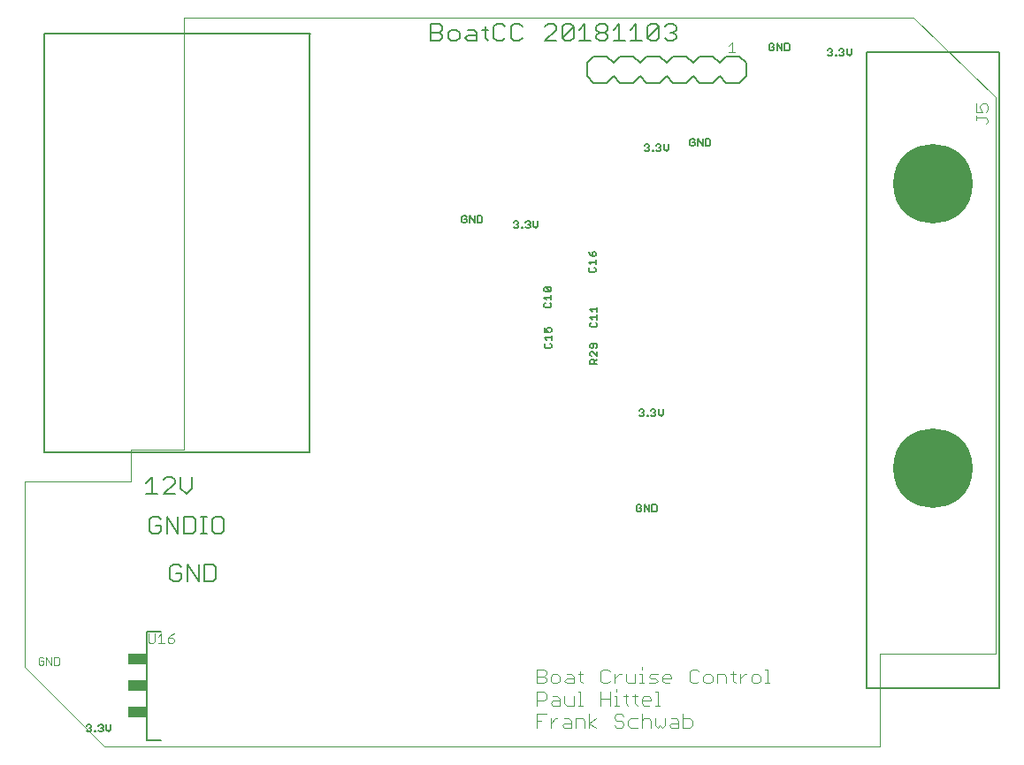
<source format=gto>
G04 EAGLE Gerber RS-274X export*
G75*
%MOMM*%
%FSLAX34Y34*%
%LPD*%
%INTop silk*%
%IPPOS*%
%AMOC8*
5,1,8,0,0,1.08239X$1,22.5*%
G01*
%ADD10C,0.000000*%
%ADD11C,7.620000*%
%ADD12C,0.152400*%
%ADD13C,0.127000*%
%ADD14C,0.076200*%
%ADD15C,0.101600*%
%ADD16C,0.203200*%
%ADD17R,1.900000X1.050000*%


D10*
X819150Y0D02*
X819150Y88900D01*
X929640Y88900D01*
X930150Y88900D01*
X929640Y622300D02*
X850900Y698500D01*
X152400Y698500D01*
X152400Y284480D01*
X101600Y284480D01*
X101600Y254000D01*
X0Y254000D01*
X0Y76200D01*
X76200Y0D01*
X929640Y88900D02*
X929640Y622300D01*
X819150Y0D02*
X76200Y0D01*
D11*
X869950Y266700D03*
X869950Y539750D03*
D12*
X130788Y217520D02*
X128076Y220232D01*
X122653Y220232D01*
X119941Y217520D01*
X119941Y206674D01*
X122653Y203962D01*
X128076Y203962D01*
X130788Y206674D01*
X130788Y212097D01*
X125365Y212097D01*
X136313Y203962D02*
X136313Y220232D01*
X147159Y203962D01*
X147159Y220232D01*
X152684Y220232D02*
X152684Y203962D01*
X160819Y203962D01*
X163531Y206674D01*
X163531Y217520D01*
X160819Y220232D01*
X152684Y220232D01*
X169056Y203962D02*
X174479Y203962D01*
X171768Y203962D02*
X171768Y220232D01*
X174479Y220232D02*
X169056Y220232D01*
X182682Y220232D02*
X188105Y220232D01*
X182682Y220232D02*
X179970Y217520D01*
X179970Y206674D01*
X182682Y203962D01*
X188105Y203962D01*
X190817Y206674D01*
X190817Y217520D01*
X188105Y220232D01*
X122171Y258332D02*
X116747Y252909D01*
X122171Y258332D02*
X122171Y242062D01*
X127594Y242062D02*
X116747Y242062D01*
X133119Y242062D02*
X143965Y242062D01*
X133119Y242062D02*
X143965Y252909D01*
X143965Y255620D01*
X141254Y258332D01*
X135830Y258332D01*
X133119Y255620D01*
X149490Y258332D02*
X149490Y247485D01*
X154914Y242062D01*
X160337Y247485D01*
X160337Y258332D01*
X147742Y174512D02*
X150454Y171800D01*
X147742Y174512D02*
X142319Y174512D01*
X139607Y171800D01*
X139607Y160954D01*
X142319Y158242D01*
X147742Y158242D01*
X150454Y160954D01*
X150454Y166377D01*
X145031Y166377D01*
X155979Y158242D02*
X155979Y174512D01*
X166825Y158242D01*
X166825Y174512D01*
X172350Y174512D02*
X172350Y158242D01*
X180485Y158242D01*
X183197Y160954D01*
X183197Y171800D01*
X180485Y174512D01*
X172350Y174512D01*
D13*
X423473Y507682D02*
X422329Y508826D01*
X420041Y508826D01*
X418897Y507682D01*
X418897Y503106D01*
X420041Y501962D01*
X422329Y501962D01*
X423473Y503106D01*
X423473Y505394D01*
X421185Y505394D01*
X426381Y501962D02*
X426381Y508826D01*
X430957Y501962D01*
X430957Y508826D01*
X433865Y508826D02*
X433865Y501962D01*
X437297Y501962D01*
X438441Y503106D01*
X438441Y507682D01*
X437297Y508826D01*
X433865Y508826D01*
X468495Y502602D02*
X469639Y503746D01*
X471927Y503746D01*
X473071Y502602D01*
X473071Y501458D01*
X471927Y500314D01*
X470783Y500314D01*
X471927Y500314D02*
X473071Y499170D01*
X473071Y498026D01*
X471927Y496882D01*
X469639Y496882D01*
X468495Y498026D01*
X475979Y498026D02*
X475979Y496882D01*
X475979Y498026D02*
X477123Y498026D01*
X477123Y496882D01*
X475979Y496882D01*
X479721Y502602D02*
X480865Y503746D01*
X483153Y503746D01*
X484297Y502602D01*
X484297Y501458D01*
X483153Y500314D01*
X482009Y500314D01*
X483153Y500314D02*
X484297Y499170D01*
X484297Y498026D01*
X483153Y496882D01*
X480865Y496882D01*
X479721Y498026D01*
X487205Y499170D02*
X487205Y503746D01*
X487205Y499170D02*
X489493Y496882D01*
X491781Y499170D01*
X491781Y503746D01*
X716513Y674064D02*
X717657Y672920D01*
X716513Y674064D02*
X714225Y674064D01*
X713081Y672920D01*
X713081Y668344D01*
X714225Y667200D01*
X716513Y667200D01*
X717657Y668344D01*
X717657Y670632D01*
X715369Y670632D01*
X720565Y667200D02*
X720565Y674064D01*
X725141Y667200D01*
X725141Y674064D01*
X728049Y674064D02*
X728049Y667200D01*
X731481Y667200D01*
X732625Y668344D01*
X732625Y672920D01*
X731481Y674064D01*
X728049Y674064D01*
X768961Y667840D02*
X770105Y668984D01*
X772393Y668984D01*
X773537Y667840D01*
X773537Y666696D01*
X772393Y665552D01*
X771249Y665552D01*
X772393Y665552D02*
X773537Y664408D01*
X773537Y663264D01*
X772393Y662120D01*
X770105Y662120D01*
X768961Y663264D01*
X776445Y663264D02*
X776445Y662120D01*
X776445Y663264D02*
X777589Y663264D01*
X777589Y662120D01*
X776445Y662120D01*
X780187Y667840D02*
X781331Y668984D01*
X783619Y668984D01*
X784763Y667840D01*
X784763Y666696D01*
X783619Y665552D01*
X782475Y665552D01*
X783619Y665552D02*
X784763Y664408D01*
X784763Y663264D01*
X783619Y662120D01*
X781331Y662120D01*
X780187Y663264D01*
X787671Y664408D02*
X787671Y668984D01*
X787671Y664408D02*
X789959Y662120D01*
X792247Y664408D01*
X792247Y668984D01*
X589513Y232104D02*
X590657Y230960D01*
X589513Y232104D02*
X587225Y232104D01*
X586081Y230960D01*
X586081Y226384D01*
X587225Y225240D01*
X589513Y225240D01*
X590657Y226384D01*
X590657Y228672D01*
X588369Y228672D01*
X593565Y225240D02*
X593565Y232104D01*
X598141Y225240D01*
X598141Y232104D01*
X601049Y232104D02*
X601049Y225240D01*
X604481Y225240D01*
X605625Y226384D01*
X605625Y230960D01*
X604481Y232104D01*
X601049Y232104D01*
X588621Y322400D02*
X589765Y323544D01*
X592053Y323544D01*
X593197Y322400D01*
X593197Y321256D01*
X592053Y320112D01*
X590909Y320112D01*
X592053Y320112D02*
X593197Y318968D01*
X593197Y317824D01*
X592053Y316680D01*
X589765Y316680D01*
X588621Y317824D01*
X596105Y317824D02*
X596105Y316680D01*
X596105Y317824D02*
X597249Y317824D01*
X597249Y316680D01*
X596105Y316680D01*
X599847Y322400D02*
X600991Y323544D01*
X603279Y323544D01*
X604423Y322400D01*
X604423Y321256D01*
X603279Y320112D01*
X602135Y320112D01*
X603279Y320112D02*
X604423Y318968D01*
X604423Y317824D01*
X603279Y316680D01*
X600991Y316680D01*
X599847Y317824D01*
X607331Y318968D02*
X607331Y323544D01*
X607331Y318968D02*
X609619Y316680D01*
X611907Y318968D01*
X611907Y323544D01*
D14*
X674286Y672132D02*
X677421Y675267D01*
X677421Y665861D01*
X674286Y665861D02*
X680557Y665861D01*
D13*
X594845Y577544D02*
X593701Y576400D01*
X594845Y577544D02*
X597133Y577544D01*
X598277Y576400D01*
X598277Y575256D01*
X597133Y574112D01*
X595989Y574112D01*
X597133Y574112D02*
X598277Y572968D01*
X598277Y571824D01*
X597133Y570680D01*
X594845Y570680D01*
X593701Y571824D01*
X601185Y571824D02*
X601185Y570680D01*
X601185Y571824D02*
X602329Y571824D01*
X602329Y570680D01*
X601185Y570680D01*
X604927Y576400D02*
X606071Y577544D01*
X608359Y577544D01*
X609503Y576400D01*
X609503Y575256D01*
X608359Y574112D01*
X607215Y574112D01*
X608359Y574112D02*
X609503Y572968D01*
X609503Y571824D01*
X608359Y570680D01*
X606071Y570680D01*
X604927Y571824D01*
X612411Y572968D02*
X612411Y577544D01*
X612411Y572968D02*
X614699Y570680D01*
X616987Y572968D01*
X616987Y577544D01*
X640769Y582486D02*
X641913Y581342D01*
X640769Y582486D02*
X638481Y582486D01*
X637337Y581342D01*
X637337Y576766D01*
X638481Y575622D01*
X640769Y575622D01*
X641913Y576766D01*
X641913Y579054D01*
X639625Y579054D01*
X644821Y575622D02*
X644821Y582486D01*
X649397Y575622D01*
X649397Y582486D01*
X652305Y582486D02*
X652305Y575622D01*
X655737Y575622D01*
X656881Y576766D01*
X656881Y581342D01*
X655737Y582486D01*
X652305Y582486D01*
D14*
X18403Y84757D02*
X17175Y85985D01*
X14717Y85985D01*
X13489Y84757D01*
X13489Y79842D01*
X14717Y78613D01*
X17175Y78613D01*
X18403Y79842D01*
X18403Y82299D01*
X15946Y82299D01*
X20973Y78613D02*
X20973Y85985D01*
X25888Y78613D01*
X25888Y85985D01*
X28457Y85985D02*
X28457Y78613D01*
X32143Y78613D01*
X33372Y79842D01*
X33372Y84757D01*
X32143Y85985D01*
X28457Y85985D01*
D13*
X60699Y21146D02*
X59555Y20002D01*
X60699Y21146D02*
X62987Y21146D01*
X64131Y20002D01*
X64131Y18858D01*
X62987Y17714D01*
X61843Y17714D01*
X62987Y17714D02*
X64131Y16570D01*
X64131Y15426D01*
X62987Y14282D01*
X60699Y14282D01*
X59555Y15426D01*
X67039Y15426D02*
X67039Y14282D01*
X67039Y15426D02*
X68183Y15426D01*
X68183Y14282D01*
X67039Y14282D01*
X70781Y20002D02*
X71925Y21146D01*
X74213Y21146D01*
X75357Y20002D01*
X75357Y18858D01*
X74213Y17714D01*
X73069Y17714D01*
X74213Y17714D02*
X75357Y16570D01*
X75357Y15426D01*
X74213Y14282D01*
X71925Y14282D01*
X70781Y15426D01*
X78265Y16570D02*
X78265Y21146D01*
X78265Y16570D02*
X80553Y14282D01*
X82841Y16570D01*
X82841Y21146D01*
D15*
X490728Y60960D02*
X490728Y74179D01*
X497338Y74179D01*
X499541Y71976D01*
X499541Y69773D01*
X497338Y67570D01*
X499541Y65366D01*
X499541Y63163D01*
X497338Y60960D01*
X490728Y60960D01*
X490728Y67570D02*
X497338Y67570D01*
X506028Y60960D02*
X510435Y60960D01*
X512638Y63163D01*
X512638Y67570D01*
X510435Y69773D01*
X506028Y69773D01*
X503825Y67570D01*
X503825Y63163D01*
X506028Y60960D01*
X519126Y69773D02*
X523532Y69773D01*
X525735Y67570D01*
X525735Y60960D01*
X519126Y60960D01*
X516923Y63163D01*
X519126Y65366D01*
X525735Y65366D01*
X532223Y63163D02*
X532223Y71976D01*
X532223Y63163D02*
X534426Y60960D01*
X534426Y69773D02*
X530020Y69773D01*
X558458Y74179D02*
X560661Y71976D01*
X558458Y74179D02*
X554052Y74179D01*
X551849Y71976D01*
X551849Y63163D01*
X554052Y60960D01*
X558458Y60960D01*
X560661Y63163D01*
X564946Y60960D02*
X564946Y69773D01*
X569352Y69773D02*
X564946Y65366D01*
X569352Y69773D02*
X571555Y69773D01*
X575860Y69773D02*
X575860Y63163D01*
X578063Y60960D01*
X584673Y60960D01*
X584673Y69773D01*
X588957Y69773D02*
X591161Y69773D01*
X591161Y60960D01*
X593364Y60960D02*
X588957Y60960D01*
X591161Y74179D02*
X591161Y76383D01*
X597689Y60960D02*
X604299Y60960D01*
X606502Y63163D01*
X604299Y65366D01*
X599892Y65366D01*
X597689Y67570D01*
X599892Y69773D01*
X606502Y69773D01*
X612989Y60960D02*
X617396Y60960D01*
X612989Y60960D02*
X610786Y63163D01*
X610786Y67570D01*
X612989Y69773D01*
X617396Y69773D01*
X619599Y67570D01*
X619599Y65366D01*
X610786Y65366D01*
X643590Y74179D02*
X645793Y71976D01*
X643590Y74179D02*
X639184Y74179D01*
X636981Y71976D01*
X636981Y63163D01*
X639184Y60960D01*
X643590Y60960D01*
X645793Y63163D01*
X652281Y60960D02*
X656688Y60960D01*
X658891Y63163D01*
X658891Y67570D01*
X656688Y69773D01*
X652281Y69773D01*
X650078Y67570D01*
X650078Y63163D01*
X652281Y60960D01*
X663175Y60960D02*
X663175Y69773D01*
X669785Y69773D01*
X671988Y67570D01*
X671988Y60960D01*
X678476Y63163D02*
X678476Y71976D01*
X678476Y63163D02*
X680679Y60960D01*
X680679Y69773D02*
X676272Y69773D01*
X685004Y69773D02*
X685004Y60960D01*
X685004Y65366D02*
X689410Y69773D01*
X691614Y69773D01*
X698121Y60960D02*
X702528Y60960D01*
X704731Y63163D01*
X704731Y67570D01*
X702528Y69773D01*
X698121Y69773D01*
X695918Y67570D01*
X695918Y63163D01*
X698121Y60960D01*
X709016Y74179D02*
X711219Y74179D01*
X711219Y60960D01*
X709016Y60960D02*
X713422Y60960D01*
X490728Y52843D02*
X490728Y39624D01*
X490728Y52843D02*
X497338Y52843D01*
X499541Y50640D01*
X499541Y46234D01*
X497338Y44030D01*
X490728Y44030D01*
X506028Y48437D02*
X510435Y48437D01*
X512638Y46234D01*
X512638Y39624D01*
X506028Y39624D01*
X503825Y41827D01*
X506028Y44030D01*
X512638Y44030D01*
X516923Y41827D02*
X516923Y48437D01*
X516923Y41827D02*
X519126Y39624D01*
X525735Y39624D01*
X525735Y48437D01*
X530020Y52843D02*
X532223Y52843D01*
X532223Y39624D01*
X530020Y39624D02*
X534426Y39624D01*
X551849Y39624D02*
X551849Y52843D01*
X551849Y46234D02*
X560661Y46234D01*
X560661Y52843D02*
X560661Y39624D01*
X564946Y48437D02*
X567149Y48437D01*
X567149Y39624D01*
X564946Y39624D02*
X569352Y39624D01*
X567149Y52843D02*
X567149Y55047D01*
X575880Y50640D02*
X575880Y41827D01*
X578084Y39624D01*
X578084Y48437D02*
X573677Y48437D01*
X584612Y50640D02*
X584612Y41827D01*
X586815Y39624D01*
X586815Y48437D02*
X582409Y48437D01*
X593343Y39624D02*
X597750Y39624D01*
X593343Y39624D02*
X591140Y41827D01*
X591140Y46234D01*
X593343Y48437D01*
X597750Y48437D01*
X599953Y46234D01*
X599953Y44030D01*
X591140Y44030D01*
X604238Y52843D02*
X606441Y52843D01*
X606441Y39624D01*
X604238Y39624D02*
X608644Y39624D01*
X490728Y31507D02*
X490728Y18288D01*
X490728Y31507D02*
X499541Y31507D01*
X495134Y24898D02*
X490728Y24898D01*
X503825Y27101D02*
X503825Y18288D01*
X503825Y22694D02*
X508232Y27101D01*
X510435Y27101D01*
X516943Y27101D02*
X521349Y27101D01*
X523552Y24898D01*
X523552Y18288D01*
X516943Y18288D01*
X514740Y20491D01*
X516943Y22694D01*
X523552Y22694D01*
X527837Y18288D02*
X527837Y27101D01*
X534447Y27101D01*
X536650Y24898D01*
X536650Y18288D01*
X540934Y18288D02*
X540934Y31507D01*
X540934Y22694D02*
X547544Y18288D01*
X540934Y22694D02*
X547544Y27101D01*
X571555Y31507D02*
X573759Y29304D01*
X571555Y31507D02*
X567149Y31507D01*
X564946Y29304D01*
X564946Y27101D01*
X567149Y24898D01*
X571555Y24898D01*
X573759Y22694D01*
X573759Y20491D01*
X571555Y18288D01*
X567149Y18288D01*
X564946Y20491D01*
X580246Y27101D02*
X586856Y27101D01*
X580246Y27101D02*
X578043Y24898D01*
X578043Y20491D01*
X580246Y18288D01*
X586856Y18288D01*
X591140Y18288D02*
X591140Y31507D01*
X593343Y27101D02*
X591140Y24898D01*
X593343Y27101D02*
X597750Y27101D01*
X599953Y24898D01*
X599953Y18288D01*
X604238Y20491D02*
X604238Y27101D01*
X604238Y20491D02*
X606441Y18288D01*
X608644Y20491D01*
X610847Y18288D01*
X613050Y20491D01*
X613050Y27101D01*
X619538Y27101D02*
X623944Y27101D01*
X626148Y24898D01*
X626148Y18288D01*
X619538Y18288D01*
X617335Y20491D01*
X619538Y22694D01*
X626148Y22694D01*
X630432Y18288D02*
X630432Y31507D01*
X630432Y18288D02*
X637042Y18288D01*
X639245Y20491D01*
X639245Y24898D01*
X637042Y27101D01*
X630432Y27101D01*
D12*
X389382Y676402D02*
X389382Y692672D01*
X397517Y692672D01*
X400229Y689960D01*
X400229Y687249D01*
X397517Y684537D01*
X400229Y681825D01*
X400229Y679114D01*
X397517Y676402D01*
X389382Y676402D01*
X389382Y684537D02*
X397517Y684537D01*
X408465Y676402D02*
X413889Y676402D01*
X416600Y679114D01*
X416600Y684537D01*
X413889Y687249D01*
X408465Y687249D01*
X405754Y684537D01*
X405754Y679114D01*
X408465Y676402D01*
X424837Y687249D02*
X430260Y687249D01*
X432972Y684537D01*
X432972Y676402D01*
X424837Y676402D01*
X422125Y679114D01*
X424837Y681825D01*
X432972Y681825D01*
X441208Y679114D02*
X441208Y689960D01*
X441208Y679114D02*
X443920Y676402D01*
X443920Y687249D02*
X438497Y687249D01*
X457546Y692672D02*
X460258Y689960D01*
X457546Y692672D02*
X452123Y692672D01*
X449411Y689960D01*
X449411Y679114D01*
X452123Y676402D01*
X457546Y676402D01*
X460258Y679114D01*
X473918Y692672D02*
X476629Y689960D01*
X473918Y692672D02*
X468494Y692672D01*
X465783Y689960D01*
X465783Y679114D01*
X468494Y676402D01*
X473918Y676402D01*
X476629Y679114D01*
X498526Y676402D02*
X509372Y676402D01*
X498526Y676402D02*
X509372Y687249D01*
X509372Y689960D01*
X506661Y692672D01*
X501237Y692672D01*
X498526Y689960D01*
X514897Y689960D02*
X514897Y679114D01*
X514897Y689960D02*
X517609Y692672D01*
X523032Y692672D01*
X525744Y689960D01*
X525744Y679114D01*
X523032Y676402D01*
X517609Y676402D01*
X514897Y679114D01*
X525744Y689960D01*
X531269Y687249D02*
X536692Y692672D01*
X536692Y676402D01*
X531269Y676402D02*
X542115Y676402D01*
X547640Y689960D02*
X550352Y692672D01*
X555775Y692672D01*
X558487Y689960D01*
X558487Y687249D01*
X555775Y684537D01*
X558487Y681825D01*
X558487Y679114D01*
X555775Y676402D01*
X550352Y676402D01*
X547640Y679114D01*
X547640Y681825D01*
X550352Y684537D01*
X547640Y687249D01*
X547640Y689960D01*
X550352Y684537D02*
X555775Y684537D01*
X564012Y687249D02*
X569435Y692672D01*
X569435Y676402D01*
X564012Y676402D02*
X574859Y676402D01*
X580384Y687249D02*
X585807Y692672D01*
X585807Y676402D01*
X580384Y676402D02*
X591230Y676402D01*
X596755Y679114D02*
X596755Y689960D01*
X599467Y692672D01*
X604890Y692672D01*
X607602Y689960D01*
X607602Y679114D01*
X604890Y676402D01*
X599467Y676402D01*
X596755Y679114D01*
X607602Y689960D01*
X613127Y689960D02*
X615838Y692672D01*
X621262Y692672D01*
X623973Y689960D01*
X623973Y687249D01*
X621262Y684537D01*
X618550Y684537D01*
X621262Y684537D02*
X623973Y681825D01*
X623973Y679114D01*
X621262Y676402D01*
X615838Y676402D01*
X613127Y679114D01*
D13*
X806450Y665480D02*
X933450Y665480D01*
X806450Y665480D02*
X806450Y55880D01*
X933450Y55880D01*
X933450Y665480D01*
D10*
X855950Y542290D02*
X855954Y542634D01*
X855967Y542977D01*
X855988Y543320D01*
X856017Y543662D01*
X856055Y544004D01*
X856102Y544344D01*
X856156Y544683D01*
X856219Y545021D01*
X856290Y545357D01*
X856370Y545692D01*
X856457Y546024D01*
X856553Y546354D01*
X856657Y546682D01*
X856768Y547006D01*
X856888Y547329D01*
X857016Y547648D01*
X857151Y547963D01*
X857294Y548276D01*
X857445Y548585D01*
X857603Y548890D01*
X857769Y549191D01*
X857942Y549487D01*
X858122Y549780D01*
X858309Y550068D01*
X858504Y550351D01*
X858705Y550630D01*
X858913Y550903D01*
X859128Y551172D01*
X859349Y551434D01*
X859577Y551692D01*
X859811Y551944D01*
X860051Y552189D01*
X860296Y552429D01*
X860548Y552663D01*
X860806Y552891D01*
X861068Y553112D01*
X861337Y553327D01*
X861610Y553535D01*
X861889Y553736D01*
X862172Y553931D01*
X862460Y554118D01*
X862753Y554298D01*
X863049Y554471D01*
X863350Y554637D01*
X863655Y554795D01*
X863964Y554946D01*
X864277Y555089D01*
X864592Y555224D01*
X864911Y555352D01*
X865234Y555472D01*
X865558Y555583D01*
X865886Y555687D01*
X866216Y555783D01*
X866548Y555870D01*
X866883Y555950D01*
X867219Y556021D01*
X867557Y556084D01*
X867896Y556138D01*
X868236Y556185D01*
X868578Y556223D01*
X868920Y556252D01*
X869263Y556273D01*
X869606Y556286D01*
X869950Y556290D01*
X870294Y556286D01*
X870637Y556273D01*
X870980Y556252D01*
X871322Y556223D01*
X871664Y556185D01*
X872004Y556138D01*
X872343Y556084D01*
X872681Y556021D01*
X873017Y555950D01*
X873352Y555870D01*
X873684Y555783D01*
X874014Y555687D01*
X874342Y555583D01*
X874666Y555472D01*
X874989Y555352D01*
X875308Y555224D01*
X875623Y555089D01*
X875936Y554946D01*
X876245Y554795D01*
X876550Y554637D01*
X876851Y554471D01*
X877147Y554298D01*
X877440Y554118D01*
X877728Y553931D01*
X878011Y553736D01*
X878290Y553535D01*
X878563Y553327D01*
X878832Y553112D01*
X879094Y552891D01*
X879352Y552663D01*
X879604Y552429D01*
X879849Y552189D01*
X880089Y551944D01*
X880323Y551692D01*
X880551Y551434D01*
X880772Y551172D01*
X880987Y550903D01*
X881195Y550630D01*
X881396Y550351D01*
X881591Y550068D01*
X881778Y549780D01*
X881958Y549487D01*
X882131Y549191D01*
X882297Y548890D01*
X882455Y548585D01*
X882606Y548276D01*
X882749Y547963D01*
X882884Y547648D01*
X883012Y547329D01*
X883132Y547006D01*
X883243Y546682D01*
X883347Y546354D01*
X883443Y546024D01*
X883530Y545692D01*
X883610Y545357D01*
X883681Y545021D01*
X883744Y544683D01*
X883798Y544344D01*
X883845Y544004D01*
X883883Y543662D01*
X883912Y543320D01*
X883933Y542977D01*
X883946Y542634D01*
X883950Y542290D01*
X883946Y541946D01*
X883933Y541603D01*
X883912Y541260D01*
X883883Y540918D01*
X883845Y540576D01*
X883798Y540236D01*
X883744Y539897D01*
X883681Y539559D01*
X883610Y539223D01*
X883530Y538888D01*
X883443Y538556D01*
X883347Y538226D01*
X883243Y537898D01*
X883132Y537574D01*
X883012Y537251D01*
X882884Y536932D01*
X882749Y536617D01*
X882606Y536304D01*
X882455Y535995D01*
X882297Y535690D01*
X882131Y535389D01*
X881958Y535093D01*
X881778Y534800D01*
X881591Y534512D01*
X881396Y534229D01*
X881195Y533950D01*
X880987Y533677D01*
X880772Y533408D01*
X880551Y533146D01*
X880323Y532888D01*
X880089Y532636D01*
X879849Y532391D01*
X879604Y532151D01*
X879352Y531917D01*
X879094Y531689D01*
X878832Y531468D01*
X878563Y531253D01*
X878290Y531045D01*
X878011Y530844D01*
X877728Y530649D01*
X877440Y530462D01*
X877147Y530282D01*
X876851Y530109D01*
X876550Y529943D01*
X876245Y529785D01*
X875936Y529634D01*
X875623Y529491D01*
X875308Y529356D01*
X874989Y529228D01*
X874666Y529108D01*
X874342Y528997D01*
X874014Y528893D01*
X873684Y528797D01*
X873352Y528710D01*
X873017Y528630D01*
X872681Y528559D01*
X872343Y528496D01*
X872004Y528442D01*
X871664Y528395D01*
X871322Y528357D01*
X870980Y528328D01*
X870637Y528307D01*
X870294Y528294D01*
X869950Y528290D01*
X869606Y528294D01*
X869263Y528307D01*
X868920Y528328D01*
X868578Y528357D01*
X868236Y528395D01*
X867896Y528442D01*
X867557Y528496D01*
X867219Y528559D01*
X866883Y528630D01*
X866548Y528710D01*
X866216Y528797D01*
X865886Y528893D01*
X865558Y528997D01*
X865234Y529108D01*
X864911Y529228D01*
X864592Y529356D01*
X864277Y529491D01*
X863964Y529634D01*
X863655Y529785D01*
X863350Y529943D01*
X863049Y530109D01*
X862753Y530282D01*
X862460Y530462D01*
X862172Y530649D01*
X861889Y530844D01*
X861610Y531045D01*
X861337Y531253D01*
X861068Y531468D01*
X860806Y531689D01*
X860548Y531917D01*
X860296Y532151D01*
X860051Y532391D01*
X859811Y532636D01*
X859577Y532888D01*
X859349Y533146D01*
X859128Y533408D01*
X858913Y533677D01*
X858705Y533950D01*
X858504Y534229D01*
X858309Y534512D01*
X858122Y534800D01*
X857942Y535093D01*
X857769Y535389D01*
X857603Y535690D01*
X857445Y535995D01*
X857294Y536304D01*
X857151Y536617D01*
X857016Y536932D01*
X856888Y537251D01*
X856768Y537574D01*
X856657Y537898D01*
X856553Y538226D01*
X856457Y538556D01*
X856370Y538888D01*
X856290Y539223D01*
X856219Y539559D01*
X856156Y539897D01*
X856102Y540236D01*
X856055Y540576D01*
X856017Y540918D01*
X855988Y541260D01*
X855967Y541603D01*
X855954Y541946D01*
X855950Y542290D01*
X855950Y265430D02*
X855954Y265774D01*
X855967Y266117D01*
X855988Y266460D01*
X856017Y266802D01*
X856055Y267144D01*
X856102Y267484D01*
X856156Y267823D01*
X856219Y268161D01*
X856290Y268497D01*
X856370Y268832D01*
X856457Y269164D01*
X856553Y269494D01*
X856657Y269822D01*
X856768Y270146D01*
X856888Y270469D01*
X857016Y270788D01*
X857151Y271103D01*
X857294Y271416D01*
X857445Y271725D01*
X857603Y272030D01*
X857769Y272331D01*
X857942Y272627D01*
X858122Y272920D01*
X858309Y273208D01*
X858504Y273491D01*
X858705Y273770D01*
X858913Y274043D01*
X859128Y274312D01*
X859349Y274574D01*
X859577Y274832D01*
X859811Y275084D01*
X860051Y275329D01*
X860296Y275569D01*
X860548Y275803D01*
X860806Y276031D01*
X861068Y276252D01*
X861337Y276467D01*
X861610Y276675D01*
X861889Y276876D01*
X862172Y277071D01*
X862460Y277258D01*
X862753Y277438D01*
X863049Y277611D01*
X863350Y277777D01*
X863655Y277935D01*
X863964Y278086D01*
X864277Y278229D01*
X864592Y278364D01*
X864911Y278492D01*
X865234Y278612D01*
X865558Y278723D01*
X865886Y278827D01*
X866216Y278923D01*
X866548Y279010D01*
X866883Y279090D01*
X867219Y279161D01*
X867557Y279224D01*
X867896Y279278D01*
X868236Y279325D01*
X868578Y279363D01*
X868920Y279392D01*
X869263Y279413D01*
X869606Y279426D01*
X869950Y279430D01*
X870294Y279426D01*
X870637Y279413D01*
X870980Y279392D01*
X871322Y279363D01*
X871664Y279325D01*
X872004Y279278D01*
X872343Y279224D01*
X872681Y279161D01*
X873017Y279090D01*
X873352Y279010D01*
X873684Y278923D01*
X874014Y278827D01*
X874342Y278723D01*
X874666Y278612D01*
X874989Y278492D01*
X875308Y278364D01*
X875623Y278229D01*
X875936Y278086D01*
X876245Y277935D01*
X876550Y277777D01*
X876851Y277611D01*
X877147Y277438D01*
X877440Y277258D01*
X877728Y277071D01*
X878011Y276876D01*
X878290Y276675D01*
X878563Y276467D01*
X878832Y276252D01*
X879094Y276031D01*
X879352Y275803D01*
X879604Y275569D01*
X879849Y275329D01*
X880089Y275084D01*
X880323Y274832D01*
X880551Y274574D01*
X880772Y274312D01*
X880987Y274043D01*
X881195Y273770D01*
X881396Y273491D01*
X881591Y273208D01*
X881778Y272920D01*
X881958Y272627D01*
X882131Y272331D01*
X882297Y272030D01*
X882455Y271725D01*
X882606Y271416D01*
X882749Y271103D01*
X882884Y270788D01*
X883012Y270469D01*
X883132Y270146D01*
X883243Y269822D01*
X883347Y269494D01*
X883443Y269164D01*
X883530Y268832D01*
X883610Y268497D01*
X883681Y268161D01*
X883744Y267823D01*
X883798Y267484D01*
X883845Y267144D01*
X883883Y266802D01*
X883912Y266460D01*
X883933Y266117D01*
X883946Y265774D01*
X883950Y265430D01*
X883946Y265086D01*
X883933Y264743D01*
X883912Y264400D01*
X883883Y264058D01*
X883845Y263716D01*
X883798Y263376D01*
X883744Y263037D01*
X883681Y262699D01*
X883610Y262363D01*
X883530Y262028D01*
X883443Y261696D01*
X883347Y261366D01*
X883243Y261038D01*
X883132Y260714D01*
X883012Y260391D01*
X882884Y260072D01*
X882749Y259757D01*
X882606Y259444D01*
X882455Y259135D01*
X882297Y258830D01*
X882131Y258529D01*
X881958Y258233D01*
X881778Y257940D01*
X881591Y257652D01*
X881396Y257369D01*
X881195Y257090D01*
X880987Y256817D01*
X880772Y256548D01*
X880551Y256286D01*
X880323Y256028D01*
X880089Y255776D01*
X879849Y255531D01*
X879604Y255291D01*
X879352Y255057D01*
X879094Y254829D01*
X878832Y254608D01*
X878563Y254393D01*
X878290Y254185D01*
X878011Y253984D01*
X877728Y253789D01*
X877440Y253602D01*
X877147Y253422D01*
X876851Y253249D01*
X876550Y253083D01*
X876245Y252925D01*
X875936Y252774D01*
X875623Y252631D01*
X875308Y252496D01*
X874989Y252368D01*
X874666Y252248D01*
X874342Y252137D01*
X874014Y252033D01*
X873684Y251937D01*
X873352Y251850D01*
X873017Y251770D01*
X872681Y251699D01*
X872343Y251636D01*
X872004Y251582D01*
X871664Y251535D01*
X871322Y251497D01*
X870980Y251468D01*
X870637Y251447D01*
X870294Y251434D01*
X869950Y251430D01*
X869606Y251434D01*
X869263Y251447D01*
X868920Y251468D01*
X868578Y251497D01*
X868236Y251535D01*
X867896Y251582D01*
X867557Y251636D01*
X867219Y251699D01*
X866883Y251770D01*
X866548Y251850D01*
X866216Y251937D01*
X865886Y252033D01*
X865558Y252137D01*
X865234Y252248D01*
X864911Y252368D01*
X864592Y252496D01*
X864277Y252631D01*
X863964Y252774D01*
X863655Y252925D01*
X863350Y253083D01*
X863049Y253249D01*
X862753Y253422D01*
X862460Y253602D01*
X862172Y253789D01*
X861889Y253984D01*
X861610Y254185D01*
X861337Y254393D01*
X861068Y254608D01*
X860806Y254829D01*
X860548Y255057D01*
X860296Y255291D01*
X860051Y255531D01*
X859811Y255776D01*
X859577Y256028D01*
X859349Y256286D01*
X859128Y256548D01*
X858913Y256817D01*
X858705Y257090D01*
X858504Y257369D01*
X858309Y257652D01*
X858122Y257940D01*
X857942Y258233D01*
X857769Y258529D01*
X857603Y258830D01*
X857445Y259135D01*
X857294Y259444D01*
X857151Y259757D01*
X857016Y260072D01*
X856888Y260391D01*
X856768Y260714D01*
X856657Y261038D01*
X856553Y261366D01*
X856457Y261696D01*
X856370Y262028D01*
X856290Y262363D01*
X856219Y262699D01*
X856156Y263037D01*
X856102Y263376D01*
X856055Y263716D01*
X856017Y264058D01*
X855988Y264400D01*
X855967Y264743D01*
X855954Y265086D01*
X855950Y265430D01*
D15*
X920833Y596880D02*
X922782Y598829D01*
X922782Y600778D01*
X920833Y602727D01*
X911088Y602727D01*
X911088Y600778D02*
X911088Y604676D01*
X911088Y608574D02*
X911088Y616370D01*
X911088Y608574D02*
X916935Y608574D01*
X914986Y612472D01*
X914986Y614421D01*
X916935Y616370D01*
X920833Y616370D01*
X922782Y614421D01*
X922782Y610523D01*
X920833Y608574D01*
D13*
X273304Y683768D02*
X19304Y683768D01*
X19304Y282448D01*
X273304Y282448D01*
X273304Y683768D01*
X274066Y683768D01*
D16*
X684530Y636270D02*
X690880Y642620D01*
X684530Y636270D02*
X671830Y636270D01*
X665480Y642620D01*
X659130Y636270D01*
X646430Y636270D01*
X640080Y642620D01*
X633730Y636270D01*
X621030Y636270D01*
X614680Y642620D01*
X608330Y636270D01*
X595630Y636270D01*
X589280Y642620D01*
X582930Y636270D01*
X570230Y636270D01*
X563880Y642620D01*
X557530Y636270D01*
X544830Y636270D01*
X538480Y642620D01*
X538480Y655320D01*
X544830Y661670D01*
X557530Y661670D01*
X563880Y655320D01*
X570230Y661670D01*
X582930Y661670D01*
X589280Y655320D01*
X595630Y661670D01*
X608330Y661670D01*
X614680Y655320D01*
X621030Y661670D01*
X633730Y661670D01*
X640080Y655320D01*
X646430Y661670D01*
X659130Y661670D01*
X665480Y655320D01*
X671830Y661670D01*
X684530Y661670D01*
X690880Y655320D01*
X690880Y642620D01*
X116810Y110420D02*
X116810Y6420D01*
X116810Y110420D02*
X130810Y110420D01*
X130810Y6420D02*
X116810Y6420D01*
D17*
X108310Y58420D03*
X108310Y83820D03*
X108310Y33020D03*
D14*
X118491Y101009D02*
X118491Y108847D01*
X118491Y101009D02*
X120059Y99441D01*
X123194Y99441D01*
X124762Y101009D01*
X124762Y108847D01*
X127846Y105712D02*
X130982Y108847D01*
X130982Y99441D01*
X134117Y99441D02*
X127846Y99441D01*
X140337Y107279D02*
X143472Y108847D01*
X140337Y107279D02*
X137201Y104144D01*
X137201Y101009D01*
X138769Y99441D01*
X141904Y99441D01*
X143472Y101009D01*
X143472Y102576D01*
X141904Y104144D01*
X137201Y104144D01*
D12*
X497585Y424367D02*
X498686Y425469D01*
X497585Y424367D02*
X497585Y422164D01*
X498686Y421062D01*
X503093Y421062D01*
X504195Y422164D01*
X504195Y424367D01*
X503093Y425469D01*
X499788Y428546D02*
X497585Y430750D01*
X504195Y430750D01*
X504195Y432953D02*
X504195Y428546D01*
X503093Y436031D02*
X498686Y436031D01*
X497585Y437132D01*
X497585Y439335D01*
X498686Y440437D01*
X503093Y440437D01*
X504195Y439335D01*
X504195Y437132D01*
X503093Y436031D01*
X498686Y440437D01*
X540346Y458298D02*
X541447Y459400D01*
X540346Y458298D02*
X540346Y456095D01*
X541447Y454994D01*
X545854Y454994D01*
X546955Y456095D01*
X546955Y458298D01*
X545854Y459400D01*
X542549Y462478D02*
X540346Y464681D01*
X546955Y464681D01*
X546955Y462478D02*
X546955Y466884D01*
X541447Y472165D02*
X540346Y474368D01*
X541447Y472165D02*
X543651Y469962D01*
X545854Y469962D01*
X546955Y471063D01*
X546955Y473267D01*
X545854Y474368D01*
X544752Y474368D01*
X543651Y473267D01*
X543651Y469962D01*
X499183Y386659D02*
X498082Y385557D01*
X498082Y383354D01*
X499183Y382252D01*
X503590Y382252D01*
X504691Y383354D01*
X504691Y385557D01*
X503590Y386659D01*
X500285Y389737D02*
X498082Y391940D01*
X504691Y391940D01*
X504691Y389737D02*
X504691Y394143D01*
X498082Y397221D02*
X498082Y401627D01*
X498082Y397221D02*
X501387Y397221D01*
X500285Y399424D01*
X500285Y400525D01*
X501387Y401627D01*
X503590Y401627D01*
X504691Y400525D01*
X504691Y398322D01*
X503590Y397221D01*
X541577Y367131D02*
X548186Y367131D01*
X541577Y367131D02*
X541577Y370436D01*
X542678Y371537D01*
X544882Y371537D01*
X545983Y370436D01*
X545983Y367131D01*
X545983Y369334D02*
X548186Y371537D01*
X548186Y374615D02*
X548186Y379021D01*
X548186Y374615D02*
X543780Y379021D01*
X542678Y379021D01*
X541577Y377920D01*
X541577Y375717D01*
X542678Y374615D01*
X547085Y382099D02*
X548186Y383201D01*
X548186Y385404D01*
X547085Y386506D01*
X542678Y386506D01*
X541577Y385404D01*
X541577Y383201D01*
X542678Y382099D01*
X543780Y382099D01*
X544882Y383201D01*
X544882Y386506D01*
X541764Y405395D02*
X542866Y406496D01*
X541764Y405395D02*
X541764Y403191D01*
X542866Y402090D01*
X547272Y402090D01*
X548374Y403191D01*
X548374Y405395D01*
X547272Y406496D01*
X543967Y409574D02*
X541764Y411777D01*
X548374Y411777D01*
X548374Y409574D02*
X548374Y413980D01*
X543967Y417058D02*
X541764Y419261D01*
X548374Y419261D01*
X548374Y417058D02*
X548374Y421464D01*
M02*

</source>
